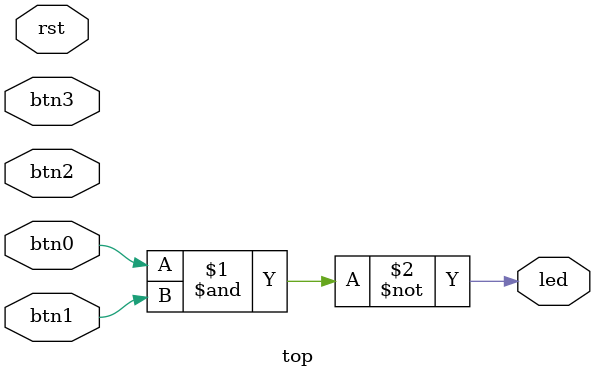
<source format=v>
module top(input rst, input btn0,input btn1,input btn2, input btn3,
       output wire led);
       //assign led = ~(btn0 & btn1 & btn2 &btn3);
       assign led = ~(btn0 & btn1);
       //assign led = ~(btn0 & btn1 & btn2 &btn3 & rst);
endmodule

</source>
